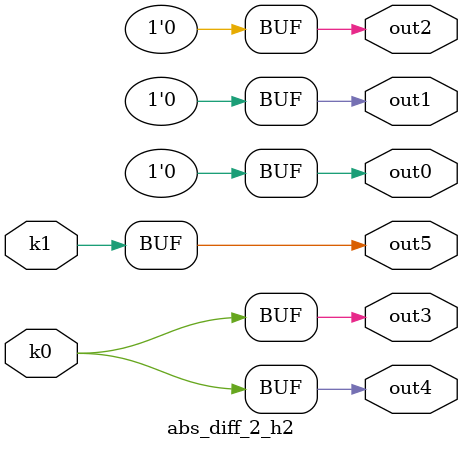
<source format=v>
module abs_diff_2(pi0, pi1, pi2, pi3, pi4, pi5, pi6, po0, po1, po2, po3, po4, po5);
input pi0, pi1, pi2, pi3, pi4, pi5, pi6;
output po0, po1, po2, po3, po4, po5;
wire k0, k1;
abs_diff_2_w2 DUT1 (pi0, pi1, pi2, pi3, pi4, pi5, pi6, k0, k1);
abs_diff_2_h2 DUT2 (k0, k1, po0, po1, po2, po3, po4, po5);
endmodule

module abs_diff_2_w2(in6, in5, in4, in3, in2, in1, in0, k1, k0);
input in6, in5, in4, in3, in2, in1, in0;
output k1, k0;
assign k0 =   ((~in6 ^ in3) & (~in5 ^ in2)) | ((in4 | ~in1) & ((in5 & ((~in6 & ~in2 & in3) | (in2 & ~in3))) | (in6 & ~in2 & ~in3))) | (in4 & ~in1 & (in6 ^ in3));
assign k1 =   in3 ^ ~in6;
endmodule

module abs_diff_2_h2(k1, k0, out5, out4, out3, out2, out1, out0);
input k1, k0;
output out5, out4, out3, out2, out1, out0;
assign out0 = 0;
assign out1 = 0;
assign out2 = 0;
assign out3 = k0;
assign out4 = k0;
assign out5 = k1;
endmodule

</source>
